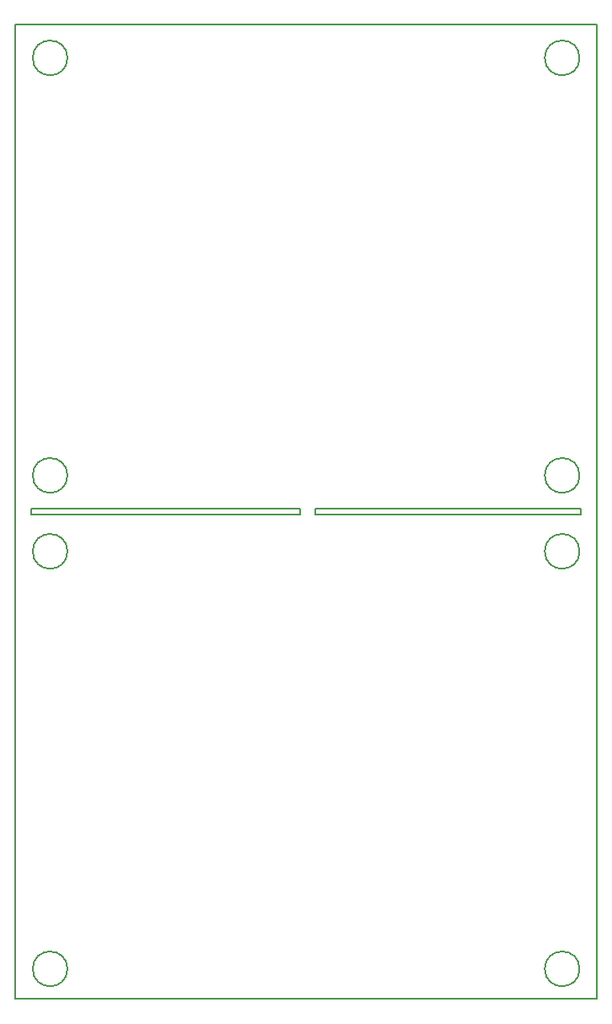
<source format=gbr>
G04 DipTrace 3.3.1.0*
G04 BoardOutline.gbr*
%MOMM*%
G04 #@! TF.FileFunction,Profile*
G04 #@! TF.Part,Single*
%ADD11C,0.14*%
%FSLAX35Y35*%
G04*
G71*
G90*
G75*
G01*
G04 BoardOutline*
%LPD*%
X1000000Y10779000D2*
D11*
X6842000D1*
Y1000000D1*
X1000000D1*
Y10779000D1*
X1158750Y5921250D2*
X3857500D1*
Y5857750D1*
X1158750D1*
Y5921250D1*
X4016250D2*
X6683250D1*
Y5857750D1*
X4016250D1*
Y5921250D1*
X1174623Y5492625D2*
G02X1174623Y5492625I174625J0D01*
G01*
X6318123D2*
G02X6318123Y5492625I174625J0D01*
G01*
X1174623Y1301625D2*
G02X1174623Y1301625I174625J0D01*
G01*
X6318123D2*
G02X6318123Y1301625I174625J0D01*
G01*
X1174623Y10445625D2*
G02X1174623Y10445625I174625J0D01*
G01*
X6318123D2*
G02X6318123Y10445625I174625J0D01*
G01*
X1174623Y6254625D2*
G02X1174623Y6254625I174625J0D01*
G01*
X6318123D2*
G02X6318123Y6254625I174625J0D01*
G01*
M02*

</source>
